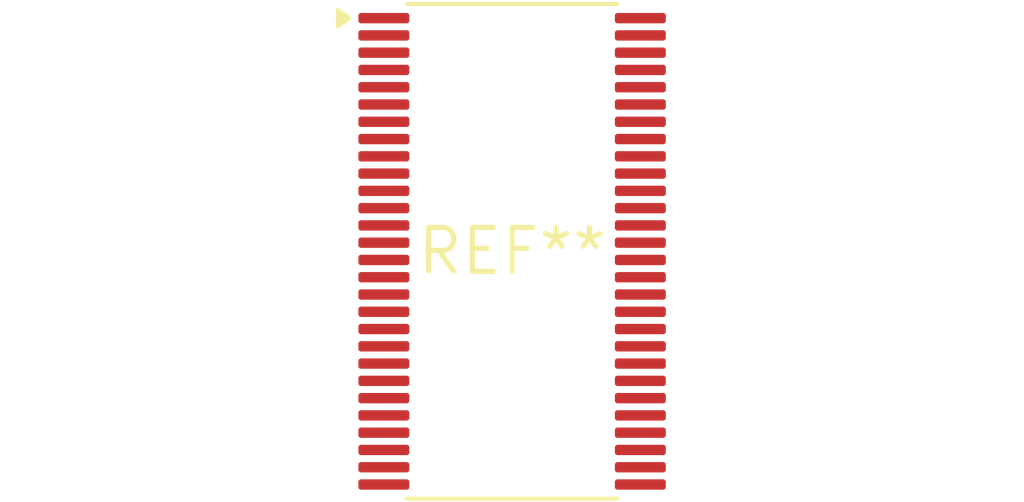
<source format=kicad_pcb>
(kicad_pcb (version 20240108) (generator pcbnew)
  (layers (0 "F.Cu" signal) (31 "B.Cu" signal) (34 "B.Paste" user) (35 "F.Paste" user) (36 "B.SilkS" user "B.Silkscreen") (37 "F.SilkS" user "F.Silkscreen") (38 "B.Mask" user) (39 "F.Mask" user) (44 "Edge.Cuts" user))
  (net 0 "")
  (footprint "TSSOP-56_6.1x14mm_P0.5mm" (layer "F.Cu") (at 0 0)
    (property "Reference" "REF**")
    (property "Value" "TSSOP-56_6.1x14mm_P0.5mm")
    (fp_line (start 0 -7.16) (end -3.05 -7.16) (layer "F.SilkS") (stroke (width 0.12)))
    (fp_line (start 0 -7.16) (end 3.05 -7.16) (layer "F.SilkS") (stroke (width 0.12)))
    (fp_line (start 0 7.16) (end -3.05 7.16) (layer "F.SilkS") (stroke (width 0.12)))
    (fp_line (start 0 7.16) (end 3.05 7.16) (layer "F.SilkS") (stroke (width 0.12)))
    (fp_poly (pts (xy -4.71 -6.75) (xy -5.04 -6.99) (xy -5.04 -6.51) (xy -4.71 -6.75)) (layer "F.SilkS") (stroke (width 0.12)) (fill solid))
    (pad "1" smd roundrect (at -3.7125 -6.75) (size 1.475 0.3) (layers "F.Cu" "F.Paste" "F.Mask"))
    (pad "2" smd roundrect (at -3.7125 -6.25) (size 1.475 0.3) (layers "F.Cu" "F.Paste" "F.Mask"))
    (pad "3" smd roundrect (at -3.7125 -5.75) (size 1.475 0.3) (layers "F.Cu" "F.Paste" "F.Mask"))
    (pad "4" smd roundrect (at -3.7125 -5.25) (size 1.475 0.3) (layers "F.Cu" "F.Paste" "F.Mask"))
    (pad "5" smd roundrect (at -3.7125 -4.75) (size 1.475 0.3) (layers "F.Cu" "F.Paste" "F.Mask"))
    (pad "6" smd roundrect (at -3.7125 -4.25) (size 1.475 0.3) (layers "F.Cu" "F.Paste" "F.Mask"))
    (pad "7" smd roundrect (at -3.7125 -3.75) (size 1.475 0.3) (layers "F.Cu" "F.Paste" "F.Mask"))
    (pad "8" smd roundrect (at -3.7125 -3.25) (size 1.475 0.3) (layers "F.Cu" "F.Paste" "F.Mask"))
    (pad "9" smd roundrect (at -3.7125 -2.75) (size 1.475 0.3) (layers "F.Cu" "F.Paste" "F.Mask"))
    (pad "10" smd roundrect (at -3.7125 -2.25) (size 1.475 0.3) (layers "F.Cu" "F.Paste" "F.Mask"))
    (pad "11" smd roundrect (at -3.7125 -1.75) (size 1.475 0.3) (layers "F.Cu" "F.Paste" "F.Mask"))
    (pad "12" smd roundrect (at -3.7125 -1.25) (size 1.475 0.3) (layers "F.Cu" "F.Paste" "F.Mask"))
    (pad "13" smd roundrect (at -3.7125 -0.75) (size 1.475 0.3) (layers "F.Cu" "F.Paste" "F.Mask"))
    (pad "14" smd roundrect (at -3.7125 -0.25) (size 1.475 0.3) (layers "F.Cu" "F.Paste" "F.Mask"))
    (pad "15" smd roundrect (at -3.7125 0.25) (size 1.475 0.3) (layers "F.Cu" "F.Paste" "F.Mask"))
    (pad "16" smd roundrect (at -3.7125 0.75) (size 1.475 0.3) (layers "F.Cu" "F.Paste" "F.Mask"))
    (pad "17" smd roundrect (at -3.7125 1.25) (size 1.475 0.3) (layers "F.Cu" "F.Paste" "F.Mask"))
    (pad "18" smd roundrect (at -3.7125 1.75) (size 1.475 0.3) (layers "F.Cu" "F.Paste" "F.Mask"))
    (pad "19" smd roundrect (at -3.7125 2.25) (size 1.475 0.3) (layers "F.Cu" "F.Paste" "F.Mask"))
    (pad "20" smd roundrect (at -3.7125 2.75) (size 1.475 0.3) (layers "F.Cu" "F.Paste" "F.Mask"))
    (pad "21" smd roundrect (at -3.7125 3.25) (size 1.475 0.3) (layers "F.Cu" "F.Paste" "F.Mask"))
    (pad "22" smd roundrect (at -3.7125 3.75) (size 1.475 0.3) (layers "F.Cu" "F.Paste" "F.Mask"))
    (pad "23" smd roundrect (at -3.7125 4.25) (size 1.475 0.3) (layers "F.Cu" "F.Paste" "F.Mask"))
    (pad "24" smd roundrect (at -3.7125 4.75) (size 1.475 0.3) (layers "F.Cu" "F.Paste" "F.Mask"))
    (pad "25" smd roundrect (at -3.7125 5.25) (size 1.475 0.3) (layers "F.Cu" "F.Paste" "F.Mask"))
    (pad "26" smd roundrect (at -3.7125 5.75) (size 1.475 0.3) (layers "F.Cu" "F.Paste" "F.Mask"))
    (pad "27" smd roundrect (at -3.7125 6.25) (size 1.475 0.3) (layers "F.Cu" "F.Paste" "F.Mask"))
    (pad "28" smd roundrect (at -3.7125 6.75) (size 1.475 0.3) (layers "F.Cu" "F.Paste" "F.Mask"))
    (pad "29" smd roundrect (at 3.7125 6.75) (size 1.475 0.3) (layers "F.Cu" "F.Paste" "F.Mask"))
    (pad "30" smd roundrect (at 3.7125 6.25) (size 1.475 0.3) (layers "F.Cu" "F.Paste" "F.Mask"))
    (pad "31" smd roundrect (at 3.7125 5.75) (size 1.475 0.3) (layers "F.Cu" "F.Paste" "F.Mask"))
    (pad "32" smd roundrect (at 3.7125 5.25) (size 1.475 0.3) (layers "F.Cu" "F.Paste" "F.Mask"))
    (pad "33" smd roundrect (at 3.7125 4.75) (size 1.475 0.3) (layers "F.Cu" "F.Paste" "F.Mask"))
    (pad "34" smd roundrect (at 3.7125 4.25) (size 1.475 0.3) (layers "F.Cu" "F.Paste" "F.Mask"))
    (pad "35" smd roundrect (at 3.7125 3.75) (size 1.475 0.3) (layers "F.Cu" "F.Paste" "F.Mask"))
    (pad "36" smd roundrect (at 3.7125 3.25) (size 1.475 0.3) (layers "F.Cu" "F.Paste" "F.Mask"))
    (pad "37" smd roundrect (at 3.7125 2.75) (size 1.475 0.3) (layers "F.Cu" "F.Paste" "F.Mask"))
    (pad "38" smd roundrect (at 3.7125 2.25) (size 1.475 0.3) (layers "F.Cu" "F.Paste" "F.Mask"))
    (pad "39" smd roundrect (at 3.7125 1.75) (size 1.475 0.3) (layers "F.Cu" "F.Paste" "F.Mask"))
    (pad "40" smd roundrect (at 3.7125 1.25) (size 1.475 0.3) (layers "F.Cu" "F.Paste" "F.Mask"))
    (pad "41" smd roundrect (at 3.7125 0.75) (size 1.475 0.3) (layers "F.Cu" "F.Paste" "F.Mask"))
    (pad "42" smd roundrect (at 3.7125 0.25) (size 1.475 0.3) (layers "F.Cu" "F.Paste" "F.Mask"))
    (pad "43" smd roundrect (at 3.7125 -0.25) (size 1.475 0.3) (layers "F.Cu" "F.Paste" "F.Mask"))
    (pad "44" smd roundrect (at 3.7125 -0.75) (size 1.475 0.3) (layers "F.Cu" "F.Paste" "F.Mask"))
    (pad "45" smd roundrect (at 3.7125 -1.25) (size 1.475 0.3) (layers "F.Cu" "F.Paste" "F.Mask"))
    (pad "46" smd roundrect (at 3.7125 -1.75) (size 1.475 0.3) (layers "F.Cu" "F.Paste" "F.Mask"))
    (pad "47" smd roundrect (at 3.7125 -2.25) (size 1.475 0.3) (layers "F.Cu" "F.Paste" "F.Mask"))
    (pad "48" smd roundrect (at 3.7125 -2.75) (size 1.475 0.3) (layers "F.Cu" "F.Paste" "F.Mask"))
    (pad "49" smd roundrect (at 3.7125 -3.25) (size 1.475 0.3) (layers "F.Cu" "F.Paste" "F.Mask"))
    (pad "50" smd roundrect (at 3.7125 -3.75) (size 1.475 0.3) (layers "F.Cu" "F.Paste" "F.Mask"))
    (pad "51" smd roundrect (at 3.7125 -4.25) (size 1.475 0.3) (layers "F.Cu" "F.Paste" "F.Mask"))
    (pad "52" smd roundrect (at 3.7125 -4.75) (size 1.475 0.3) (layers "F.Cu" "F.Paste" "F.Mask"))
    (pad "53" smd roundrect (at 3.7125 -5.25) (size 1.475 0.3) (layers "F.Cu" "F.Paste" "F.Mask"))
    (pad "54" smd roundrect (at 3.7125 -5.75) (size 1.475 0.3) (layers "F.Cu" "F.Paste" "F.Mask"))
    (pad "55" smd roundrect (at 3.7125 -6.25) (size 1.475 0.3) (layers "F.Cu" "F.Paste" "F.Mask"))
    (pad "56" smd roundrect (at 3.7125 -6.75) (size 1.475 0.3) (layers "F.Cu" "F.Paste" "F.Mask"))
  )
)
</source>
